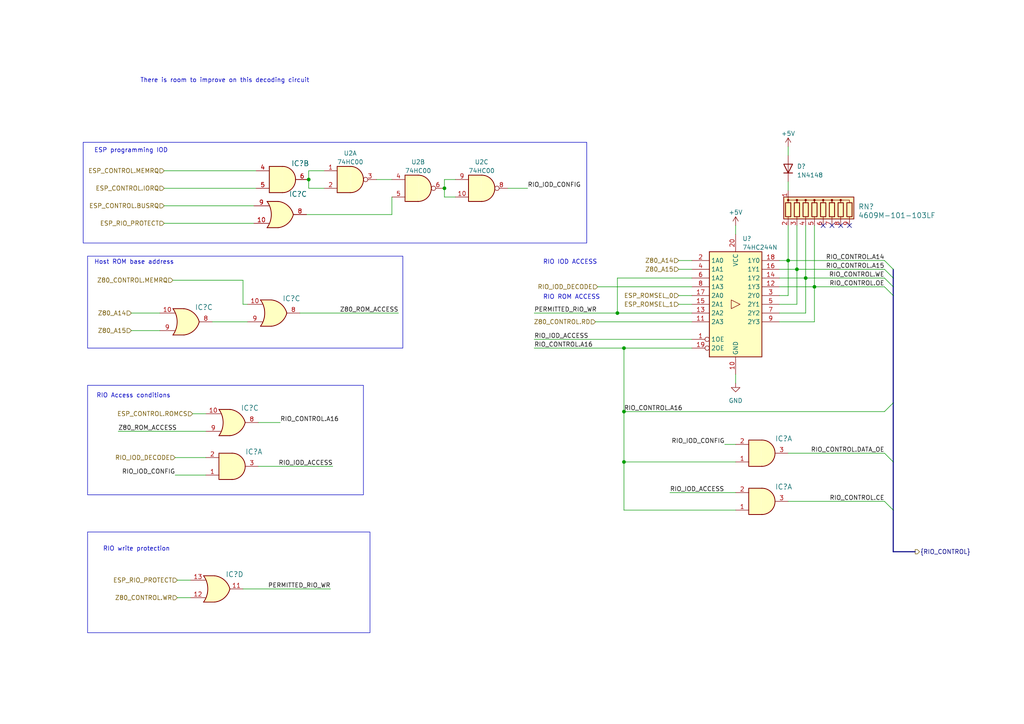
<source format=kicad_sch>
(kicad_sch (version 20230121) (generator eeschema)
  (paper "A4")
  (title_block (title "RIO Control Logic") (date "2023-08-06") (rev "2") (company "FujiNet") (comment 1 "Revised the RIO control logic"))
  (lib_symbols
    (symbol "74xx:74HC00" (pin_names (offset 1.016))
      (property "Reference" "U" (at 0 1.27 0))
      (property "Value" "74HC00" (at 0 -1.27 0))
      (symbol "74HC00_1_1"
        (arc (start 0 -3.81) (mid 3.7934 0) (end 0 3.81) (stroke (width 0.254)) (fill (type background)))
        (polyline (pts (xy 0 3.81) (xy -3.81 3.81) (xy -3.81 -3.81) (xy 0 -3.81)) (stroke (width 0.254)) (fill (type background)))
        (pin input line (at -7.62 2.54 0) (length 3.81) (name "~") (number "1"))
        (pin input line (at -7.62 -2.54 0) (length 3.81) (name "~") (number "2"))
        (pin output inverted (at 7.62 0 180) (length 3.81) (name "~") (number "3"))
      )
      (symbol "74HC00_1_2"
        (arc (start -3.81 -3.81) (mid -2.589 0) (end -3.81 3.81) (stroke (width 0.254)))
        (arc (start -0.6096 -3.81) (mid 2.1842 -2.5851) (end 3.81 0) (stroke (width 0.254)) (fill (type background)))
        (polyline (pts (xy -3.81 -3.81) (xy -0.635 -3.81)) (stroke (width 0.254)) (fill (type background)))
        (polyline (pts (xy -3.81 3.81) (xy -0.635 3.81)) (stroke (width 0.254)) (fill (type background)))
        (polyline (pts (xy -0.635 3.81) (xy -3.81 3.81) (xy -3.81 3.81) (xy -3.556 3.4036) (xy -3.0226 2.2606) (xy -2.6924 1.0414) (xy -2.6162 -0.254) (xy -2.7686 -1.4986) (xy -3.175 -2.7178) (xy -3.81 -3.81) (xy -3.81 -3.81) (xy -0.635 -3.81)) (stroke (width -25.4)) (fill (type background)))
        (arc (start 3.81 0) (mid 2.1915 2.5936) (end -0.6096 3.81) (stroke (width 0.254)) (fill (type background)))
        (pin input inverted (at -7.62 2.54 0) (length 4.318) (name "~") (number "1"))
        (pin input inverted (at -7.62 -2.54 0) (length 4.318) (name "~") (number "2"))
        (pin output line (at 7.62 0 180) (length 3.81) (name "~") (number "3"))
      )
      (symbol "74HC00_2_1"
        (arc (start 0 -3.81) (mid 3.7934 0) (end 0 3.81) (stroke (width 0.254)) (fill (type background)))
        (polyline (pts (xy 0 3.81) (xy -3.81 3.81) (xy -3.81 -3.81) (xy 0 -3.81)) (stroke (width 0.254)) (fill (type background)))
        (pin input line (at -7.62 2.54 0) (length 3.81) (name "~") (number "4"))
        (pin input line (at -7.62 -2.54 0) (length 3.81) (name "~") (number "5"))
        (pin output inverted (at 7.62 0 180) (length 3.81) (name "~") (number "6"))
      )
      (symbol "74HC00_2_2"
        (arc (start -3.81 -3.81) (mid -2.589 0) (end -3.81 3.81) (stroke (width 0.254)))
        (arc (start -0.6096 -3.81) (mid 2.1842 -2.5851) (end 3.81 0) (stroke (width 0.254)) (fill (type background)))
        (polyline (pts (xy -3.81 -3.81) (xy -0.635 -3.81)) (stroke (width 0.254)) (fill (type background)))
        (polyline (pts (xy -3.81 3.81) (xy -0.635 3.81)) (stroke (width 0.254)) (fill (type background)))
        (polyline (pts (xy -0.635 3.81) (xy -3.81 3.81) (xy -3.81 3.81) (xy -3.556 3.4036) (xy -3.0226 2.2606) (xy -2.6924 1.0414) (xy -2.6162 -0.254) (xy -2.7686 -1.4986) (xy -3.175 -2.7178) (xy -3.81 -3.81) (xy -3.81 -3.81) (xy -0.635 -3.81)) (stroke (width -25.4)) (fill (type background)))
        (arc (start 3.81 0) (mid 2.1915 2.5936) (end -0.6096 3.81) (stroke (width 0.254)) (fill (type background)))
        (pin input inverted (at -7.62 2.54 0) (length 4.318) (name "~") (number "4"))
        (pin input inverted (at -7.62 -2.54 0) (length 4.318) (name "~") (number "5"))
        (pin output line (at 7.62 0 180) (length 3.81) (name "~") (number "6"))
      )
      (symbol "74HC00_3_1"
        (arc (start 0 -3.81) (mid 3.7934 0) (end 0 3.81) (stroke (width 0.254)) (fill (type background)))
        (polyline (pts (xy 0 3.81) (xy -3.81 3.81) (xy -3.81 -3.81) (xy 0 -3.81)) (stroke (width 0.254)) (fill (type background)))
        (pin input line (at -7.62 -2.54 0) (length 3.81) (name "~") (number "10"))
        (pin output inverted (at 7.62 0 180) (length 3.81) (name "~") (number "8"))
        (pin input line (at -7.62 2.54 0) (length 3.81) (name "~") (number "9"))
      )
      (symbol "74HC00_3_2"
        (arc (start -3.81 -3.81) (mid -2.589 0) (end -3.81 3.81) (stroke (width 0.254)))
        (arc (start -0.6096 -3.81) (mid 2.1842 -2.5851) (end 3.81 0) (stroke (width 0.254)) (fill (type background)))
        (polyline (pts (xy -3.81 -3.81) (xy -0.635 -3.81)) (stroke (width 0.254)) (fill (type background)))
        (polyline (pts (xy -3.81 3.81) (xy -0.635 3.81)) (stroke (width 0.254)) (fill (type background)))
        (polyline (pts (xy -0.635 3.81) (xy -3.81 3.81) (xy -3.81 3.81) (xy -3.556 3.4036) (xy -3.0226 2.2606) (xy -2.6924 1.0414) (xy -2.6162 -0.254) (xy -2.7686 -1.4986) (xy -3.175 -2.7178) (xy -3.81 -3.81) (xy -3.81 -3.81) (xy -0.635 -3.81)) (stroke (width -25.4)) (fill (type background)))
        (arc (start 3.81 0) (mid 2.1915 2.5936) (end -0.6096 3.81) (stroke (width 0.254)) (fill (type background)))
        (pin input inverted (at -7.62 -2.54 0) (length 4.318) (name "~") (number "10"))
        (pin output line (at 7.62 0 180) (length 3.81) (name "~") (number "8"))
        (pin input inverted (at -7.62 2.54 0) (length 4.318) (name "~") (number "9"))
      )
      (symbol "74HC00_4_1"
        (arc (start 0 -3.81) (mid 3.7934 0) (end 0 3.81) (stroke (width 0.254)) (fill (type background)))
        (polyline (pts (xy 0 3.81) (xy -3.81 3.81) (xy -3.81 -3.81) (xy 0 -3.81)) (stroke (width 0.254)) (fill (type background)))
        (pin output inverted (at 7.62 0 180) (length 3.81) (name "~") (number "11"))
        (pin input line (at -7.62 2.54 0) (length 3.81) (name "~") (number "12"))
        (pin input line (at -7.62 -2.54 0) (length 3.81) (name "~") (number "13"))
      )
      (symbol "74HC00_4_2"
        (arc (start -3.81 -3.81) (mid -2.589 0) (end -3.81 3.81) (stroke (width 0.254)))
        (arc (start -0.6096 -3.81) (mid 2.1842 -2.5851) (end 3.81 0) (stroke (width 0.254)) (fill (type background)))
        (polyline (pts (xy -3.81 -3.81) (xy -0.635 -3.81)) (stroke (width 0.254)) (fill (type background)))
        (polyline (pts (xy -3.81 3.81) (xy -0.635 3.81)) (stroke (width 0.254)) (fill (type background)))
        (polyline (pts (xy -0.635 3.81) (xy -3.81 3.81) (xy -3.81 3.81) (xy -3.556 3.4036) (xy -3.0226 2.2606) (xy -2.6924 1.0414) (xy -2.6162 -0.254) (xy -2.7686 -1.4986) (xy -3.175 -2.7178) (xy -3.81 -3.81) (xy -3.81 -3.81) (xy -0.635 -3.81)) (stroke (width -25.4)) (fill (type background)))
        (arc (start 3.81 0) (mid 2.1915 2.5936) (end -0.6096 3.81) (stroke (width 0.254)) (fill (type background)))
        (pin output line (at 7.62 0 180) (length 3.81) (name "~") (number "11"))
        (pin input inverted (at -7.62 2.54 0) (length 4.318) (name "~") (number "12"))
        (pin input inverted (at -7.62 -2.54 0) (length 4.318) (name "~") (number "13"))
      )
      (symbol "74HC00_5_0"
        (pin power_in line (at 0 12.7 270) (length 5.08) (name "VCC") (number "14"))
        (pin power_in line (at 0 -12.7 90) (length 5.08) (name "GND") (number "7"))
      )
      (symbol "74HC00_5_1"
        (rectangle (start -5.08 7.62) (end 5.08 -7.62) (stroke (width 0.254)) (fill (type background)))
      )
    )
    (symbol "74xx:74HC244"
      (property "Reference" "U" (at -7.62 16.51 0))
      (property "Value" "74HC244" (at -7.62 -16.51 0))
      (symbol "74HC244_1_0"
        (polyline (pts (xy 1.27 0) (xy -1.27 1.27) (xy -1.27 -1.27) (xy 1.27 0)) (stroke (width 0.1524)))
        (pin input inverted (at -12.7 -10.16 0) (length 5.08) (name "1OE") (number "1"))
        (pin power_in line (at 0 -20.32 90) (length 5.08) (name "GND") (number "10"))
        (pin input line (at -12.7 -5.08 0) (length 5.08) (name "2A3") (number "11"))
        (pin tri_state line (at 12.7 5.08 180) (length 5.08) (name "1Y3") (number "12"))
        (pin input line (at -12.7 -2.54 0) (length 5.08) (name "2A2") (number "13"))
        (pin tri_state line (at 12.7 7.62 180) (length 5.08) (name "1Y2") (number "14"))
        (pin input line (at -12.7 0 0) (length 5.08) (name "2A1") (number "15"))
        (pin tri_state line (at 12.7 10.16 180) (length 5.08) (name "1Y1") (number "16"))
        (pin input line (at -12.7 2.54 0) (length 5.08) (name "2A0") (number "17"))
        (pin tri_state line (at 12.7 12.7 180) (length 5.08) (name "1Y0") (number "18"))
        (pin input inverted (at -12.7 -12.7 0) (length 5.08) (name "2OE") (number "19"))
        (pin input line (at -12.7 12.7 0) (length 5.08) (name "1A0") (number "2"))
        (pin power_in line (at 0 20.32 270) (length 5.08) (name "VCC") (number "20"))
        (pin tri_state line (at 12.7 2.54 180) (length 5.08) (name "2Y0") (number "3"))
        (pin input line (at -12.7 10.16 0) (length 5.08) (name "1A1") (number "4"))
        (pin tri_state line (at 12.7 0 180) (length 5.08) (name "2Y1") (number "5"))
        (pin input line (at -12.7 7.62 0) (length 5.08) (name "1A2") (number "6"))
        (pin tri_state line (at 12.7 -2.54 180) (length 5.08) (name "2Y2") (number "7"))
        (pin input line (at -12.7 5.08 0) (length 5.08) (name "1A3") (number "8"))
        (pin tri_state line (at 12.7 -5.08 180) (length 5.08) (name "2Y3") (number "9"))
      )
      (symbol "74HC244_1_1"
        (rectangle (start -7.62 15.24) (end 7.62 -15.24) (stroke (width 0.254)) (fill (type background)))
      )
    )
    (symbol "74xx:74LS08" (pin_names (offset 1.016))
      (property "Reference" "U" (at 0 1.27 0))
      (property "Value" "74LS08" (at 0 -1.27 0))
      (symbol "74LS08_1_1"
        (arc (start 0 -3.81) (mid 3.7934 0) (end 0 3.81) (stroke (width 0.254)) (fill (type background)))
        (polyline (pts (xy 0 3.81) (xy -3.81 3.81) (xy -3.81 -3.81) (xy 0 -3.81)) (stroke (width 0.254)) (fill (type background)))
        (pin input line (at -7.62 2.54 0) (length 3.81) (name "~") (number "1"))
        (pin input line (at -7.62 -2.54 0) (length 3.81) (name "~") (number "2"))
        (pin output line (at 7.62 0 180) (length 3.81) (name "~") (number "3"))
      )
      (symbol "74LS08_1_2"
        (arc (start -3.81 -3.81) (mid -2.589 0) (end -3.81 3.81) (stroke (width 0.254)))
        (arc (start -0.6096 -3.81) (mid 2.1842 -2.5851) (end 3.81 0) (stroke (width 0.254)) (fill (type background)))
        (polyline (pts (xy -3.81 -3.81) (xy -0.635 -3.81)) (stroke (width 0.254)) (fill (type background)))
        (polyline (pts (xy -3.81 3.81) (xy -0.635 3.81)) (stroke (width 0.254)) (fill (type background)))
        (polyline (pts (xy -0.635 3.81) (xy -3.81 3.81) (xy -3.81 3.81) (xy -3.556 3.4036) (xy -3.0226 2.2606) (xy -2.6924 1.0414) (xy -2.6162 -0.254) (xy -2.7686 -1.4986) (xy -3.175 -2.7178) (xy -3.81 -3.81) (xy -3.81 -3.81) (xy -0.635 -3.81)) (stroke (width -25.4)) (fill (type background)))
        (arc (start 3.81 0) (mid 2.1915 2.5936) (end -0.6096 3.81) (stroke (width 0.254)) (fill (type background)))
        (pin input inverted (at -7.62 2.54 0) (length 4.318) (name "~") (number "1"))
        (pin input inverted (at -7.62 -2.54 0) (length 4.318) (name "~") (number "2"))
        (pin output inverted (at 7.62 0 180) (length 3.81) (name "~") (number "3"))
      )
      (symbol "74LS08_2_1"
        (arc (start 0 -3.81) (mid 3.7934 0) (end 0 3.81) (stroke (width 0.254)) (fill (type background)))
        (polyline (pts (xy 0 3.81) (xy -3.81 3.81) (xy -3.81 -3.81) (xy 0 -3.81)) (stroke (width 0.254)) (fill (type background)))
        (pin input line (at -7.62 2.54 0) (length 3.81) (name "~") (number "4"))
        (pin input line (at -7.62 -2.54 0) (length 3.81) (name "~") (number "5"))
        (pin output line (at 7.62 0 180) (length 3.81) (name "~") (number "6"))
      )
      (symbol "74LS08_2_2"
        (arc (start -3.81 -3.81) (mid -2.589 0) (end -3.81 3.81) (stroke (width 0.254)))
        (arc (start -0.6096 -3.81) (mid 2.1842 -2.5851) (end 3.81 0) (stroke (width 0.254)) (fill (type background)))
        (polyline (pts (xy -3.81 -3.81) (xy -0.635 -3.81)) (stroke (width 0.254)) (fill (type background)))
        (polyline (pts (xy -3.81 3.81) (xy -0.635 3.81)) (stroke (width 0.254)) (fill (type background)))
        (polyline (pts (xy -0.635 3.81) (xy -3.81 3.81) (xy -3.81 3.81) (xy -3.556 3.4036) (xy -3.0226 2.2606) (xy -2.6924 1.0414) (xy -2.6162 -0.254) (xy -2.7686 -1.4986) (xy -3.175 -2.7178) (xy -3.81 -3.81) (xy -3.81 -3.81) (xy -0.635 -3.81)) (stroke (width -25.4)) (fill (type background)))
        (arc (start 3.81 0) (mid 2.1915 2.5936) (end -0.6096 3.81) (stroke (width 0.254)) (fill (type background)))
        (pin input inverted (at -7.62 2.54 0) (length 4.318) (name "~") (number "4"))
        (pin input inverted (at -7.62 -2.54 0) (length 4.318) (name "~") (number "5"))
        (pin output inverted (at 7.62 0 180) (length 3.81) (name "~") (number "6"))
      )
      (symbol "74LS08_3_1"
        (arc (start 0 -3.81) (mid 3.7934 0) (end 0 3.81) (stroke (width 0.254)) (fill (type background)))
        (polyline (pts (xy 0 3.81) (xy -3.81 3.81) (xy -3.81 -3.81) (xy 0 -3.81)) (stroke (width 0.254)) (fill (type background)))
        (pin input line (at -7.62 -2.54 0) (length 3.81) (name "~") (number "10"))
        (pin output line (at 7.62 0 180) (length 3.81) (name "~") (number "8"))
        (pin input line (at -7.62 2.54 0) (length 3.81) (name "~") (number "9"))
      )
      (symbol "74LS08_3_2"
        (arc (start -3.81 -3.81) (mid -2.589 0) (end -3.81 3.81) (stroke (width 0.254)))
        (arc (start -0.6096 -3.81) (mid 2.1842 -2.5851) (end 3.81 0) (stroke (width 0.254)) (fill (type background)))
        (polyline (pts (xy -3.81 -3.81) (xy -0.635 -3.81)) (stroke (width 0.254)) (fill (type background)))
        (polyline (pts (xy -3.81 3.81) (xy -0.635 3.81)) (stroke (width 0.254)) (fill (type background)))
        (polyline (pts (xy -0.635 3.81) (xy -3.81 3.81) (xy -3.81 3.81) (xy -3.556 3.4036) (xy -3.0226 2.2606) (xy -2.6924 1.0414) (xy -2.6162 -0.254) (xy -2.7686 -1.4986) (xy -3.175 -2.7178) (xy -3.81 -3.81) (xy -3.81 -3.81) (xy -0.635 -3.81)) (stroke (width -25.4)) (fill (type background)))
        (arc (start 3.81 0) (mid 2.1915 2.5936) (end -0.6096 3.81) (stroke (width 0.254)) (fill (type background)))
        (pin input inverted (at -7.62 -2.54 0) (length 4.318) (name "~") (number "10"))
        (pin output inverted (at 7.62 0 180) (length 3.81) (name "~") (number "8"))
        (pin input inverted (at -7.62 2.54 0) (length 4.318) (name "~") (number "9"))
      )
      (symbol "74LS08_4_1"
        (arc (start 0 -3.81) (mid 3.7934 0) (end 0 3.81) (stroke (width 0.254)) (fill (type background)))
        (polyline (pts (xy 0 3.81) (xy -3.81 3.81) (xy -3.81 -3.81) (xy 0 -3.81)) (stroke (width 0.254)) (fill (type background)))
        (pin output line (at 7.62 0 180) (length 3.81) (name "~") (number "11"))
        (pin input line (at -7.62 2.54 0) (length 3.81) (name "~") (number "12"))
        (pin input line (at -7.62 -2.54 0) (length 3.81) (name "~") (number "13"))
      )
      (symbol "74LS08_4_2"
        (arc (start -3.81 -3.81) (mid -2.589 0) (end -3.81 3.81) (stroke (width 0.254)))
        (arc (start -0.6096 -3.81) (mid 2.1842 -2.5851) (end 3.81 0) (stroke (width 0.254)) (fill (type background)))
        (polyline (pts (xy -3.81 -3.81) (xy -0.635 -3.81)) (stroke (width 0.254)) (fill (type background)))
        (polyline (pts (xy -3.81 3.81) (xy -0.635 3.81)) (stroke (width 0.254)) (fill (type background)))
        (polyline (pts (xy -0.635 3.81) (xy -3.81 3.81) (xy -3.81 3.81) (xy -3.556 3.4036) (xy -3.0226 2.2606) (xy -2.6924 1.0414) (xy -2.6162 -0.254) (xy -2.7686 -1.4986) (xy -3.175 -2.7178) (xy -3.81 -3.81) (xy -3.81 -3.81) (xy -0.635 -3.81)) (stroke (width -25.4)) (fill (type background)))
        (arc (start 3.81 0) (mid 2.1915 2.5936) (end -0.6096 3.81) (stroke (width 0.254)) (fill (type background)))
        (pin output inverted (at 7.62 0 180) (length 3.81) (name "~") (number "11"))
        (pin input inverted (at -7.62 2.54 0) (length 4.318) (name "~") (number "12"))
        (pin input inverted (at -7.62 -2.54 0) (length 4.318) (name "~") (number "13"))
      )
      (symbol "74LS08_5_0"
        (pin power_in line (at 0 12.7 270) (length 5.08) (name "VCC") (number "14"))
        (pin power_in line (at 0 -12.7 90) (length 5.08) (name "GND") (number "7"))
      )
      (symbol "74LS08_5_1"
        (rectangle (start -5.08 7.62) (end 5.08 -7.62) (stroke (width 0.254)) (fill (type background)))
      )
    )
    (symbol "74xx:74LS32" (pin_names (offset 1.016))
      (property "Reference" "U" (at 0 1.27 0))
      (property "Value" "74LS32" (at 0 -1.27 0))
      (symbol "74LS32_1_1"
        (arc (start -3.81 -3.81) (mid -2.589 0) (end -3.81 3.81) (stroke (width 0.254)))
        (arc (start -0.6096 -3.81) (mid 2.1842 -2.5851) (end 3.81 0) (stroke (width 0.254)) (fill (type background)))
        (polyline (pts (xy -3.81 -3.81) (xy -0.635 -3.81)) (stroke (width 0.254)) (fill (type background)))
        (polyline (pts (xy -3.81 3.81) (xy -0.635 3.81)) (stroke (width 0.254)) (fill (type background)))
        (polyline (pts (xy -0.635 3.81) (xy -3.81 3.81) (xy -3.81 3.81) (xy -3.556 3.4036) (xy -3.0226 2.2606) (xy -2.6924 1.0414) (xy -2.6162 -0.254) (xy -2.7686 -1.4986) (xy -3.175 -2.7178) (xy -3.81 -3.81) (xy -3.81 -3.81) (xy -0.635 -3.81)) (stroke (width -25.4)) (fill (type background)))
        (arc (start 3.81 0) (mid 2.1915 2.5936) (end -0.6096 3.81) (stroke (width 0.254)) (fill (type background)))
        (pin input line (at -7.62 2.54 0) (length 4.318) (name "~") (number "1"))
        (pin input line (at -7.62 -2.54 0) (length 4.318) (name "~") (number "2"))
        (pin output line (at 7.62 0 180) (length 3.81) (name "~") (number "3"))
      )
      (symbol "74LS32_1_2"
        (arc (start 0 -3.81) (mid 3.7934 0) (end 0 3.81) (stroke (width 0.254)) (fill (type background)))
        (polyline (pts (xy 0 3.81) (xy -3.81 3.81) (xy -3.81 -3.81) (xy 0 -3.81)) (stroke (width 0.254)) (fill (type background)))
        (pin input inverted (at -7.62 2.54 0) (length 3.81) (name "~") (number "1"))
        (pin input inverted (at -7.62 -2.54 0) (length 3.81) (name "~") (number "2"))
        (pin output inverted (at 7.62 0 180) (length 3.81) (name "~") (number "3"))
      )
      (symbol "74LS32_2_1"
        (arc (start -3.81 -3.81) (mid -2.589 0) (end -3.81 3.81) (stroke (width 0.254)))
        (arc (start -0.6096 -3.81) (mid 2.1842 -2.5851) (end 3.81 0) (stroke (width 0.254)) (fill (type background)))
        (polyline (pts (xy -3.81 -3.81) (xy -0.635 -3.81)) (stroke (width 0.254)) (fill (type background)))
        (polyline (pts (xy -3.81 3.81) (xy -0.635 3.81)) (stroke (width 0.254)) (fill (type background)))
        (polyline (pts (xy -0.635 3.81) (xy -3.81 3.81) (xy -3.81 3.81) (xy -3.556 3.4036) (xy -3.0226 2.2606) (xy -2.6924 1.0414) (xy -2.6162 -0.254) (xy -2.7686 -1.4986) (xy -3.175 -2.7178) (xy -3.81 -3.81) (xy -3.81 -3.81) (xy -0.635 -3.81)) (stroke (width -25.4)) (fill (type background)))
        (arc (start 3.81 0) (mid 2.1915 2.5936) (end -0.6096 3.81) (stroke (width 0.254)) (fill (type background)))
        (pin input line (at -7.62 2.54 0) (length 4.318) (name "~") (number "4"))
        (pin input line (at -7.62 -2.54 0) (length 4.318) (name "~") (number "5"))
        (pin output line (at 7.62 0 180) (length 3.81) (name "~") (number "6"))
      )
      (symbol "74LS32_2_2"
        (arc (start 0 -3.81) (mid 3.7934 0) (end 0 3.81) (stroke (width 0.254)) (fill (type background)))
        (polyline (pts (xy 0 3.81) (xy -3.81 3.81) (xy -3.81 -3.81) (xy 0 -3.81)) (stroke (width 0.254)) (fill (type background)))
        (pin input inverted (at -7.62 2.54 0) (length 3.81) (name "~") (number "4"))
        (pin input inverted (at -7.62 -2.54 0) (length 3.81) (name "~") (number "5"))
        (pin output inverted (at 7.62 0 180) (length 3.81) (name "~") (number "6"))
      )
      (symbol "74LS32_3_1"
        (arc (start -3.81 -3.81) (mid -2.589 0) (end -3.81 3.81) (stroke (width 0.254)))
        (arc (start -0.6096 -3.81) (mid 2.1842 -2.5851) (end 3.81 0) (stroke (width 0.254)) (fill (type background)))
        (polyline (pts (xy -3.81 -3.81) (xy -0.635 -3.81)) (stroke (width 0.254)) (fill (type background)))
        (polyline (pts (xy -3.81 3.81) (xy -0.635 3.81)) (stroke (width 0.254)) (fill (type background)))
        (polyline (pts (xy -0.635 3.81) (xy -3.81 3.81) (xy -3.81 3.81) (xy -3.556 3.4036) (xy -3.0226 2.2606) (xy -2.6924 1.0414) (xy -2.6162 -0.254) (xy -2.7686 -1.4986) (xy -3.175 -2.7178) (xy -3.81 -3.81) (xy -3.81 -3.81) (xy -0.635 -3.81)) (stroke (width -25.4)) (fill (type background)))
        (arc (start 3.81 0) (mid 2.1915 2.5936) (end -0.6096 3.81) (stroke (width 0.254)) (fill (type background)))
        (pin input line (at -7.62 -2.54 0) (length 4.318) (name "~") (number "10"))
        (pin output line (at 7.62 0 180) (length 3.81) (name "~") (number "8"))
        (pin input line (at -7.62 2.54 0) (length 4.318) (name "~") (number "9"))
      )
      (symbol "74LS32_3_2"
        (arc (start 0 -3.81) (mid 3.7934 0) (end 0 3.81) (stroke (width 0.254)) (fill (type background)))
        (polyline (pts (xy 0 3.81) (xy -3.81 3.81) (xy -3.81 -3.81) (xy 0 -3.81)) (stroke (width 0.254)) (fill (type background)))
        (pin input inverted (at -7.62 -2.54 0) (length 3.81) (name "~") (number "10"))
        (pin output inverted (at 7.62 0 180) (length 3.81) (name "~") (number "8"))
        (pin input inverted (at -7.62 2.54 0) (length 3.81) (name "~") (number "9"))
      )
      (symbol "74LS32_4_1"
        (arc (start -3.81 -3.81) (mid -2.589 0) (end -3.81 3.81) (stroke (width 0.254)))
        (arc (start -0.6096 -3.81) (mid 2.1842 -2.5851) (end 3.81 0) (stroke (width 0.254)) (fill (type background)))
        (polyline (pts (xy -3.81 -3.81) (xy -0.635 -3.81)) (stroke (width 0.254)) (fill (type background)))
        (polyline (pts (xy -3.81 3.81) (xy -0.635 3.81)) (stroke (width 0.254)) (fill (type background)))
        (polyline (pts (xy -0.635 3.81) (xy -3.81 3.81) (xy -3.81 3.81) (xy -3.556 3.4036) (xy -3.0226 2.2606) (xy -2.6924 1.0414) (xy -2.6162 -0.254) (xy -2.7686 -1.4986) (xy -3.175 -2.7178) (xy -3.81 -3.81) (xy -3.81 -3.81) (xy -0.635 -3.81)) (stroke (width -25.4)) (fill (type background)))
        (arc (start 3.81 0) (mid 2.1915 2.5936) (end -0.6096 3.81) (stroke (width 0.254)) (fill (type background)))
        (pin output line (at 7.62 0 180) (length 3.81) (name "~") (number "11"))
        (pin input line (at -7.62 2.54 0) (length 4.318) (name "~") (number "12"))
        (pin input line (at -7.62 -2.54 0) (length 4.318) (name "~") (number "13"))
      )
      (symbol "74LS32_4_2"
        (arc (start 0 -3.81) (mid 3.7934 0) (end 0 3.81) (stroke (width 0.254)) (fill (type background)))
        (polyline (pts (xy 0 3.81) (xy -3.81 3.81) (xy -3.81 -3.81) (xy 0 -3.81)) (stroke (width 0.254)) (fill (type background)))
        (pin output inverted (at 7.62 0 180) (length 3.81) (name "~") (number "11"))
        (pin input inverted (at -7.62 2.54 0) (length 3.81) (name "~") (number "12"))
        (pin input inverted (at -7.62 -2.54 0) (length 3.81) (name "~") (number "13"))
      )
      (symbol "74LS32_5_0"
        (pin power_in line (at 0 12.7 270) (length 5.08) (name "VCC") (number "14"))
        (pin power_in line (at 0 -12.7 90) (length 5.08) (name "GND") (number "7"))
      )
      (symbol "74LS32_5_1"
        (rectangle (start -5.08 7.62) (end 5.08 -7.62) (stroke (width 0.254)) (fill (type background)))
      )
    )
    (symbol "Device:D" (pin_numbers hide) (pin_names (offset 1.016) hide)
      (property "Reference" "D" (at 0 2.54 0))
      (property "Value" "D" (at 0 -2.54 0))
      (symbol "D_0_1"
        (polyline (pts (xy -1.27 1.27) (xy -1.27 -1.27)) (stroke (width 0.254)))
        (polyline (pts (xy 1.27 0) (xy -1.27 0)))
        (polyline (pts (xy 1.27 1.27) (xy 1.27 -1.27) (xy -1.27 0) (xy 1.27 1.27)) (stroke (width 0.254)))
      )
      (symbol "D_1_1"
        (pin passive line (at -3.81 0 0) (length 2.54) (name "K") (number "1"))
        (pin passive line (at 3.81 0 180) (length 2.54) (name "A") (number "2"))
      )
    )
    (symbol "Device:R_Network08" (pin_names (offset 0) hide)
      (property "Reference" "RN" (at -12.7 0 90))
      (property "Value" "R_Network08" (at 10.16 0 90))
      (symbol "R_Network08_0_1"
        (rectangle (start -11.43 -3.175) (end 8.89 3.175) (stroke (width 0.254)) (fill (type background)))
        (rectangle (start -10.922 1.524) (end -9.398 -2.54) (stroke (width 0.254)))
        (circle (center -10.16 2.286) (radius 0.254) (fill (type outline)))
        (rectangle (start -8.382 1.524) (end -6.858 -2.54) (stroke (width 0.254)))
        (circle (center -7.62 2.286) (radius 0.254) (fill (type outline)))
        (rectangle (start -5.842 1.524) (end -4.318 -2.54) (stroke (width 0.254)))
        (circle (center -5.08 2.286) (radius 0.254) (fill (type outline)))
        (rectangle (start -3.302 1.524) (end -1.778 -2.54) (stroke (width 0.254)))
        (circle (center -2.54 2.286) (radius 0.254) (fill (type outline)))
        (rectangle (start -0.762 1.524) (end 0.762 -2.54) (stroke (width 0.254)))
        (polyline (pts (xy -10.16 -2.54) (xy -10.16 -3.81)))
        (polyline (pts (xy -7.62 -2.54) (xy -7.62 -3.81)))
        (polyline (pts (xy -5.08 -2.54) (xy -5.08 -3.81)))
        (polyline (pts (xy -2.54 -2.54) (xy -2.54 -3.81)))
        (polyline (pts (xy 0 -2.54) (xy 0 -3.81)))
        (polyline (pts (xy 2.54 -2.54) (xy 2.54 -3.81)))
        (polyline (pts (xy 5.08 -2.54) (xy 5.08 -3.81)))
        (polyline (pts (xy 7.62 -2.54) (xy 7.62 -3.81)))
        (polyline (pts (xy -10.16 1.524) (xy -10.16 2.286) (xy -7.62 2.286) (xy -7.62 1.524)))
        (polyline (pts (xy -7.62 1.524) (xy -7.62 2.286) (xy -5.08 2.286) (xy -5.08 1.524)))
        (polyline (pts (xy -5.08 1.524) (xy -5.08 2.286) (xy -2.54 2.286) (xy -2.54 1.524)))
        (polyline (pts (xy -2.54 1.524) (xy -2.54 2.286) (xy 0 2.286) (xy 0 1.524)))
        (polyline (pts (xy 0 1.524) (xy 0 2.286) (xy 2.54 2.286) (xy 2.54 1.524)))
        (polyline (pts (xy 2.54 1.524) (xy 2.54 2.286) (xy 5.08 2.286) (xy 5.08 1.524)))
        (polyline (pts (xy 5.08 1.524) (xy 5.08 2.286) (xy 7.62 2.286) (xy 7.62 1.524)))
        (circle (center 0 2.286) (radius 0.254) (fill (type outline)))
        (rectangle (start 1.778 1.524) (end 3.302 -2.54) (stroke (width 0.254)))
        (circle (center 2.54 2.286) (radius 0.254) (fill (type outline)))
        (rectangle (start 4.318 1.524) (end 5.842 -2.54) (stroke (width 0.254)))
        (circle (center 5.08 2.286) (radius 0.254) (fill (type outline)))
        (rectangle (start 6.858 1.524) (end 8.382 -2.54) (stroke (width 0.254)))
      )
      (symbol "R_Network08_1_1"
        (pin passive line (at -10.16 5.08 270) (length 2.54) (name "common") (number "1"))
        (pin passive line (at -10.16 -5.08 90) (length 1.27) (name "R1") (number "2"))
        (pin passive line (at -7.62 -5.08 90) (length 1.27) (name "R2") (number "3"))
        (pin passive line (at -5.08 -5.08 90) (length 1.27) (name "R3") (number "4"))
        (pin passive line (at -2.54 -5.08 90) (length 1.27) (name "R4") (number "5"))
        (pin passive line (at 0 -5.08 90) (length 1.27) (name "R5") (number "6"))
        (pin passive line (at 2.54 -5.08 90) (length 1.27) (name "R6") (number "7"))
        (pin passive line (at 5.08 -5.08 90) (length 1.27) (name "R7") (number "8"))
        (pin passive line (at 7.62 -5.08 90) (length 1.27) (name "R8") (number "9"))
      )
    )
    (symbol "power:+5V" (power) (pin_names (offset 0))
      (property "Value" "+5V" (at 0 3.556 0))
      (symbol "+5V_0_1"
        (polyline (pts (xy -0.762 1.27) (xy 0 2.54)))
        (polyline (pts (xy 0 0) (xy 0 2.54)))
        (polyline (pts (xy 0 2.54) (xy 0.762 1.27)))
      )
      (symbol "+5V_1_1"
        (pin power_in line (at 0 0 90) (length 0) hide (name "+5V") (number "1"))
      )
    )
    (symbol "power:GND" (power) (pin_names (offset 0))
      (property "Value" "GND" (at 0 -3.81 0))
      (symbol "GND_0_1"
        (polyline (pts (xy 0 0) (xy 0 -1.27) (xy 1.27 -1.27) (xy 0 -2.54) (xy -1.27 -1.27) (xy 0 -1.27)))
      )
      (symbol "GND_1_1"
        (pin power_in line (at 0 0 270) (length 0) hide (name "GND") (number "1"))
      )
    )
  )
  (junction (at 231.14 78.105))
  (junction (at 128.905 54.61))
  (junction (at 179.07 90.805))
  (junction (at 180.975 119.38))
  (junction (at 233.68 80.645))
  (junction (at 236.22 83.185))
  (junction (at 228.6 75.565))
  (junction (at 180.975 100.965))
  (junction (at 180.975 133.985))
  (junction (at 89.535 52.07))
  (no_connect (at 241.3 65.405))
  (no_connect (at 243.84 65.405))
  (no_connect (at 246.38 65.405))
  (no_connect (at 238.76 65.405))
  (bus_entry (at 256.54 78.105) (size 2.54 2.54))
  (bus_entry (at 256.54 83.185) (size 2.54 2.54))
  (bus_entry (at 259.08 116.84) (size -2.54 2.54))
  (bus_entry (at 256.54 145.415) (size 2.54 2.54))
  (bus_entry (at 256.54 80.645) (size 2.54 2.54))
  (bus_entry (at 256.54 75.565) (size 2.54 2.54))
  (bus_entry (at 256.54 131.445) (size 2.54 2.54))
  (bus (pts (xy 259.08 80.645) (xy 259.08 83.185)))
  (bus (pts (xy 259.08 85.725) (xy 259.08 116.84)))
  (wire (pts (xy 194.31 142.875) (xy 213.36 142.875)))
  (wire (pts (xy 226.06 88.265) (xy 231.14 88.265)))
  (wire (pts (xy 74.93 122.555) (xy 81.28 122.555)))
  (wire (pts (xy 34.29 125.095) (xy 59.69 125.095)))
  (wire (pts (xy 226.06 93.345) (xy 236.22 93.345)))
  (wire (pts (xy 213.36 108.585) (xy 213.36 111.125)))
  (wire (pts (xy 88.9 62.23) (xy 113.665 62.23)))
  (wire (pts (xy 231.14 78.105) (xy 256.54 78.105)))
  (wire (pts (xy 236.22 65.405) (xy 236.22 83.185)))
  (wire (pts (xy 38.1 95.885) (xy 46.355 95.885)))
  (wire (pts (xy 231.14 78.105) (xy 231.14 88.265)))
  (bus (pts (xy 259.08 78.105) (xy 259.08 80.645)))
  (wire (pts (xy 86.995 90.805) (xy 115.57 90.805)))
  (wire (pts (xy 226.06 80.645) (xy 233.68 80.645)))
  (wire (pts (xy 228.6 75.565) (xy 256.54 75.565)))
  (wire (pts (xy 55.245 173.355) (xy 51.435 173.355)))
  (wire (pts (xy 233.68 80.645) (xy 256.54 80.645)))
  (wire (pts (xy 147.32 54.61) (xy 153.035 54.61)))
  (wire (pts (xy 38.1 90.805) (xy 46.355 90.805)))
  (wire (pts (xy 47.625 64.77) (xy 73.66 64.77)))
  (wire (pts (xy 154.94 98.425) (xy 200.66 98.425)))
  (wire (pts (xy 231.14 65.405) (xy 231.14 78.105)))
  (wire (pts (xy 172.72 93.345) (xy 200.66 93.345)))
  (wire (pts (xy 173.355 83.185) (xy 200.66 83.185)))
  (wire (pts (xy 61.595 93.345) (xy 71.755 93.345)))
  (wire (pts (xy 228.6 42.545) (xy 228.6 45.085)))
  (wire (pts (xy 200.66 88.265) (xy 196.85 88.265)))
  (bus (pts (xy 265.43 160.02) (xy 259.08 160.02)))
  (wire (pts (xy 55.245 168.275) (xy 51.435 168.275)))
  (wire (pts (xy 210.185 128.905) (xy 213.36 128.905)))
  (wire (pts (xy 128.905 57.15) (xy 128.905 54.61)))
  (wire (pts (xy 180.975 100.965) (xy 180.975 119.38)))
  (wire (pts (xy 47.625 59.69) (xy 73.66 59.69)))
  (wire (pts (xy 154.94 100.965) (xy 180.975 100.965)))
  (wire (pts (xy 47.625 49.53) (xy 74.295 49.53)))
  (wire (pts (xy 179.07 80.645) (xy 200.66 80.645)))
  (wire (pts (xy 55.88 120.015) (xy 59.69 120.015)))
  (wire (pts (xy 228.6 65.405) (xy 228.6 75.565)))
  (bus (pts (xy 259.08 147.955) (xy 259.08 160.02)))
  (wire (pts (xy 226.06 78.105) (xy 231.14 78.105)))
  (wire (pts (xy 89.535 54.61) (xy 89.535 52.07)))
  (wire (pts (xy 226.06 83.185) (xy 236.22 83.185)))
  (bus (pts (xy 259.08 116.84) (xy 259.08 133.985)))
  (wire (pts (xy 132.08 57.15) (xy 128.905 57.15)))
  (bus (pts (xy 259.08 83.185) (xy 259.08 85.725)))
  (wire (pts (xy 180.975 100.965) (xy 200.66 100.965)))
  (wire (pts (xy 233.68 65.405) (xy 233.68 80.645)))
  (wire (pts (xy 70.485 81.28) (xy 70.485 88.265)))
  (wire (pts (xy 180.975 133.985) (xy 213.36 133.985)))
  (wire (pts (xy 226.06 85.725) (xy 228.6 85.725)))
  (wire (pts (xy 89.535 49.53) (xy 89.535 52.07)))
  (wire (pts (xy 226.06 75.565) (xy 228.6 75.565)))
  (wire (pts (xy 74.93 135.255) (xy 96.52 135.255)))
  (wire (pts (xy 128.905 52.07) (xy 128.905 54.61)))
  (wire (pts (xy 93.98 49.53) (xy 89.535 49.53)))
  (wire (pts (xy 200.66 85.725) (xy 196.85 85.725)))
  (wire (pts (xy 200.66 75.565) (xy 196.85 75.565)))
  (wire (pts (xy 132.08 52.07) (xy 128.905 52.07)))
  (wire (pts (xy 50.8 137.795) (xy 59.69 137.795)))
  (wire (pts (xy 228.6 131.445) (xy 256.54 131.445)))
  (wire (pts (xy 236.22 83.185) (xy 236.22 93.345)))
  (wire (pts (xy 50.8 132.715) (xy 59.69 132.715)))
  (wire (pts (xy 180.975 147.955) (xy 180.975 133.985)))
  (wire (pts (xy 93.98 54.61) (xy 89.535 54.61)))
  (wire (pts (xy 228.6 145.415) (xy 256.54 145.415)))
  (wire (pts (xy 71.755 88.265) (xy 70.485 88.265)))
  (wire (pts (xy 113.665 62.23) (xy 113.665 57.15)))
  (wire (pts (xy 70.485 170.815) (xy 95.885 170.815)))
  (wire (pts (xy 179.07 90.805) (xy 200.66 90.805)))
  (wire (pts (xy 74.295 54.61) (xy 47.625 54.61)))
  (wire (pts (xy 233.68 80.645) (xy 233.68 90.805)))
  (wire (pts (xy 50.165 81.28) (xy 70.485 81.28)))
  (wire (pts (xy 236.22 83.185) (xy 256.54 83.185)))
  (wire (pts (xy 109.22 52.07) (xy 113.665 52.07)))
  (wire (pts (xy 213.36 147.955) (xy 180.975 147.955)))
  (wire (pts (xy 226.06 90.805) (xy 233.68 90.805)))
  (bus (pts (xy 259.08 133.985) (xy 259.08 147.955)))
  (wire (pts (xy 179.07 80.645) (xy 179.07 90.805)))
  (wire (pts (xy 200.66 78.105) (xy 196.85 78.105)))
  (wire (pts (xy 180.975 119.38) (xy 180.975 133.985)))
  (wire (pts (xy 228.6 85.725) (xy 228.6 75.565)))
  (wire (pts (xy 180.975 119.38) (xy 256.54 119.38)))
  (wire (pts (xy 228.6 52.705) (xy 228.6 55.245)))
  (wire (pts (xy 154.94 90.805) (xy 179.07 90.805)))
  (wire (pts (xy 213.36 65.405) (xy 213.36 67.945)))
  (rectangle (start 25.4 74.295) (end 116.84 100.965))
  (rectangle (start 24.13 41.275) (end 170.18 70.485))
  (rectangle (start 25.4 154.305) (end 107.315 183.515))
  (rectangle (start 25.4 111.76) (end 105.41 143.51))
  (text "There is room to improve on this decoding circuit" (at 40.64 24.13 0) (effects (font (size 1.27 1.27)) (justify left bottom)))
  (text "Host ROM base address" (at 27.305 76.835 0) (effects (font (size 1.27 1.27)) (justify left bottom)))
  (text "RIO Access conditions" (at 27.94 115.57 0) (effects (font (size 1.27 1.27)) (justify left bottom)))
  (text "ESP programming IOD" (at 27.305 44.45 0) (effects (font (size 1.27 1.27)) (justify left bottom)))
  (text "RIO write protection" (at 29.845 160.02 0) (effects (font (size 1.27 1.27)) (justify left bottom)))
  (text "RIO IOD ACCESS" (at 157.48 76.835 0) (effects (font (size 1.27 1.27)) (justify left bottom)))
  (text "RIO ROM ACCESS" (at 157.48 86.995 0) (effects (font (size 1.27 1.27)) (justify left bottom)))
  (label "RIO_CONTROL.A14" (at 256.54 75.565 180))
  (label "RIO_IOD_ACCESS" (at 154.94 98.425 0))
  (label "Z80_ROM_ACCESS" (at 34.29 125.095 0))
  (label "RIO_CONTROL.A16" (at 81.28 122.555 0))
  (label "RIO_IOD_CONFIG" (at 153.035 54.61 0))
  (label "RIO_CONTROL.WE" (at 256.54 80.645 180))
  (label "RIO_CONTROL.A15" (at 256.54 78.105 180))
  (label "PERMITTED_RIO_WR" (at 154.94 90.805 0))
  (label "RIO_IOD_CONFIG" (at 50.8 137.795 180))
  (label "RIO_IOD_CONFIG" (at 210.185 128.905 180))
  (label "RIO_CONTROL.A16" (at 154.94 100.965 0))
  (label "RIO_CONTROL.OE" (at 256.54 83.185 180))
  (label "RIO_IOD_ACCESS" (at 96.52 135.255 180))
  (label "RIO_CONTROL.DATA_OE" (at 256.54 131.445 180))
  (label "Z80_ROM_ACCESS" (at 115.57 90.805 180))
  (label "RIO_CONTROL.CE" (at 256.54 145.415 180))
  (label "RIO_CONTROL.A16" (at 180.975 119.38 0))
  (label "RIO_IOD_ACCESS" (at 194.31 142.875 0))
  (label "PERMITTED_RIO_WR" (at 95.885 170.815 180))
  (hierarchical_label "ESP_ROMSEL_1" (shape input) (at 196.85 88.265 180))
  (hierarchical_label "Z80_A15" (shape input) (at 196.85 78.105 180))
  (hierarchical_label "RIO_IOD_DECODE" (shape input) (at 50.8 132.715 180))
  (hierarchical_label "RIO_IOD_DECODE" (shape input) (at 173.355 83.185 180))
  (hierarchical_label "{RIO_CONTROL}" (shape output) (at 265.43 160.02 0))
  (hierarchical_label "ESP_ROMSEL_0" (shape input) (at 196.85 85.725 180))
  (hierarchical_label "ESP_CONTROL.ROMCS" (shape input) (at 55.88 120.015 180))
  (hierarchical_label "ESP_RIO_PROTECT" (shape input) (at 47.625 64.77 180))
  (hierarchical_label "ESP_RIO_PROTECT" (shape input) (at 51.435 168.275 180))
  (hierarchical_label "ESP_CONTROL.IORQ" (shape input) (at 47.625 54.61 180))
  (hierarchical_label "Z80_A14" (shape input) (at 38.1 90.805 180))
  (hierarchical_label "Z80_A14" (shape input) (at 196.85 75.565 180))
  (hierarchical_label "Z80_A15" (shape input) (at 38.1 95.885 180))
  (hierarchical_label "Z80_CONTROL.RD" (shape input) (at 172.72 93.345 180))
  (hierarchical_label "ESP_CONTROL.MEMRQ" (shape input) (at 47.625 49.53 180))
  (hierarchical_label "Z80_CONTROL.WR" (shape input) (at 51.435 173.355 180))
  (hierarchical_label "Z80_CONTROL.MEMRQ" (shape input) (at 50.165 81.28 180))
  (hierarchical_label "ESP_CONTROL.BUSRQ" (shape input) (at 47.625 59.69 180))
  (symbol (lib_id "74xx:74LS32") (at 67.31 122.555 0) (mirror x) (unit 3)
    (property "Reference" "IC?" (at 69.85 117.475 0) (effects (font (size 1.4986 1.4986)) (justify left bottom)))
    (property "Value" "74HC32N" (effects hide))
    (property "Footprint" "Package_DIP:DIP-14_W7.62mm_Socket" (effects hide))
    (property "Datasheet" "http://www.ti.com/lit/gpn/sn74LS32" (effects hide))
    (instances (project "GLUE_ZXspectrum_impl" (path "" (reference "IC?") (unit 3))) (project "ZXspectrum_Concept_v2.kicad_pro" (path "" (reference "IC5") (unit 2))) (project "GLUE_ZXspectrum" (path "" (reference "IC?") (unit 3))))
  )
  (symbol (lib_id "74xx:74LS08") (at 81.915 52.07 0) (unit 2)
    (property "Reference" "IC?" (at 84.455 48.26 0) (effects (font (size 1.4986 1.4986)) (justify left bottom)))
    (property "Value" "74HC08N" (effects hide))
    (property "Footprint" "Package_DIP:DIP-14_W7.62mm_Socket" (effects hide))
    (property "Datasheet" "http://www.ti.com/lit/gpn/sn74LS08" (effects hide))
    (instances (project "GLUE_ZXspectrum_impl" (path "" (reference "IC?") (unit 2))) (project "ZXspectrum_Concept_v2.kicad_pro" (path "" (reference "IC4") (unit 2))) (project "GLUE_ZXspectrum" (path "" (reference "IC?") (unit 2))))
  )
  (symbol (lib_id "74xx:74LS08") (at 67.31 135.255 0) (mirror x) (unit 1)
    (property "Reference" "IC?" (at 71.12 130.175 0) (effects (font (size 1.4986 1.4986)) (justify left bottom)))
    (property "Value" "74HC08N" (effects hide))
    (property "Footprint" "Package_DIP:DIP-14_W7.62mm_Socket" (effects hide))
    (property "Datasheet" "http://www.ti.com/lit/gpn/sn74LS08" (effects hide))
    (instances (project "GLUE_ZXspectrum_impl" (path "" (reference "IC?") (unit 1))) (project "ZXspectrum_Concept_v2.kicad_pro" (path "" (reference "IC6") (unit 1))) (project "GLUE_ZXspectrum" (path "" (reference "IC?") (unit 1))))
  )
  (symbol (lib_id "power:+5V") (at 213.36 65.405 0) (unit 1)
    (property "Reference" "#PWR?" (effects hide))
    (property "Value" "+5V" (at 213.36 61.595 0))
    (instances (project "GLUE_ZXspectrum_impl" (path "" (reference "#PWR?") (unit 1))) (project "ZXspectrum_Concept_v2.kicad_pro" (path "" (reference "#PWR011") (unit 1))) (project "GLUE_ZXspectrum" (path "" (reference "#PWR?") (unit 1))))
  )
  (symbol (lib_id "74xx:74LS08") (at 220.98 131.445 0) (mirror x) (unit 1)
    (property "Reference" "IC?" (at 224.79 126.365 0) (effects (font (size 1.4986 1.4986)) (justify left bottom)))
    (property "Value" "74HC08N" (effects hide))
    (property "Footprint" "Package_DIP:DIP-14_W7.62mm_Socket" (effects hide))
    (property "Datasheet" "http://www.ti.com/lit/gpn/sn74LS08" (effects hide))
    (instances (project "GLUE_ZXspectrum_impl" (path "" (reference "IC?") (unit 1))) (project "ZXspectrum_Concept_v2.kicad_pro" (path "" (reference "IC8") (unit 1))) (project "GLUE_ZXspectrum" (path "" (reference "IC?") (unit 1))))
  )
  (symbol (lib_id "74xx:74HC00") (at 121.285 54.61 0) (unit 2)
    (property "Reference" "U2" (at 121.2767 46.99 0))
    (property "Value" "74HC00" (at 121.2767 49.53 0))
    (property "Footprint" "Package_DIP:DIP-14_W7.62mm" (effects hide))
    (property "Datasheet" "http://www.ti.com/lit/gpn/sn74hc00" (effects hide))
  )
  (symbol (lib_id "74xx:74LS32") (at 81.28 62.23 0) (unit 3)
    (property "Reference" "IC?" (at 83.82 57.15 0) (effects (font (size 1.4986 1.4986)) (justify left bottom)))
    (property "Value" "74HC32N" (effects hide))
    (property "Footprint" "Package_DIP:DIP-14_W7.62mm_Socket" (effects hide))
    (property "Datasheet" "http://www.ti.com/lit/gpn/sn74LS32" (effects hide))
    (instances (project "GLUE_ZXspectrum_impl" (path "" (reference "IC?") (unit 3))) (project "ZXspectrum_Concept_v2.kicad_pro" (path "" (reference "IC7") (unit 2))) (project "GLUE_ZXspectrum" (path "" (reference "IC?") (unit 3))))
  )
  (symbol (lib_id "power:GND") (at 213.36 111.125 0) (unit 1)
    (property "Reference" "#PWR?" (effects hide))
    (property "Value" "GND" (at 213.36 116.205 0))
    (instances (project "GLUE_ZXspectrum_impl" (path "" (reference "#PWR?") (unit 1))) (project "ZXspectrum_Concept_v2.kicad_pro" (path "" (reference "#PWR012") (unit 1))) (project "GLUE_ZXspectrum" (path "" (reference "#PWR?") (unit 1))))
  )
  (symbol (lib_id "74xx:74HC00") (at 139.7 54.61 0) (unit 3)
    (property "Reference" "U2" (at 139.6917 46.99 0))
    (property "Value" "74HC00" (at 139.6917 49.53 0))
    (property "Footprint" "Package_DIP:DIP-14_W7.62mm" (effects hide))
    (property "Datasheet" "http://www.ti.com/lit/gpn/sn74hc00" (effects hide))
  )
  (symbol (lib_id "power:+5V") (at 228.6 42.545 0) (unit 1)
    (property "Reference" "#PWR?" (effects hide))
    (property "Value" "+5V" (at 228.6 38.735 0))
    (instances (project "GLUE_ZXspectrum_impl" (path "" (reference "#PWR?") (unit 1))) (project "ZXspectrum_Concept_v2.kicad_pro" (path "" (reference "#PWR013") (unit 1))) (project "GLUE_ZXspectrum" (path "" (reference "#PWR?") (unit 1))))
  )
  (symbol (lib_id "74xx:74LS08") (at 220.98 145.415 0) (mirror x) (unit 1)
    (property "Reference" "IC?" (at 224.79 140.335 0) (effects (font (size 1.4986 1.4986)) (justify left bottom)))
    (property "Value" "74HC08N" (effects hide))
    (property "Footprint" "Package_DIP:DIP-14_W7.62mm_Socket" (effects hide))
    (property "Datasheet" "http://www.ti.com/lit/gpn/sn74LS08" (effects hide))
    (instances (project "GLUE_ZXspectrum_impl" (path "" (reference "IC?") (unit 1))) (project "ZXspectrum_Concept_v2.kicad_pro" (path "" (reference "IC8") (unit 2))) (project "GLUE_ZXspectrum" (path "" (reference "IC?") (unit 1))))
  )
  (symbol (lib_id "74xx:74LS32") (at 62.865 170.815 0) (mirror x) (unit 4)
    (property "Reference" "IC?" (at 65.405 165.735 0) (effects (font (size 1.4986 1.4986)) (justify left bottom)))
    (property "Value" "74HC32N" (effects hide))
    (property "Footprint" "Package_DIP:DIP-14_W7.62mm_Socket" (effects hide))
    (property "Datasheet" "http://www.ti.com/lit/gpn/sn74LS32" (effects hide))
    (instances (project "GLUE_ZXspectrum_impl" (path "" (reference "IC?") (unit 4))) (project "ZXspectrum_Concept_v2.kicad_pro" (path "" (reference "IC5") (unit 4))) (project "GLUE_ZXspectrum" (path "" (reference "IC?") (unit 4))))
  )
  (symbol (lib_id "74xx:74LS32") (at 53.975 93.345 0) (mirror x) (unit 3)
    (property "Reference" "IC?" (at 56.515 88.265 0) (effects (font (size 1.4986 1.4986)) (justify left bottom)))
    (property "Value" "74HC32N" (effects hide))
    (property "Footprint" "Package_DIP:DIP-14_W7.62mm_Socket" (effects hide))
    (property "Datasheet" "http://www.ti.com/lit/gpn/sn74LS32" (effects hide))
    (instances (project "GLUE_ZXspectrum_impl" (path "" (reference "IC?") (unit 3))) (project "ZXspectrum_Concept_v2.kicad_pro" (path "" (reference "IC5") (unit 3))) (project "GLUE_ZXspectrum" (path "" (reference "IC?") (unit 3))))
  )
  (symbol (lib_id "Device:R_Network08") (at 238.76 60.325 0) (unit 1)
    (property "Reference" "RN?" (at 248.92 59.944 0) (effects (font (size 1.4986 1.4986)) (justify left)))
    (property "Value" "4609M-101-103LF" (at 248.92 62.484 0) (effects (font (size 1.4986 1.4986)) (justify left)))
    (property "Footprint" "Resistor_THT:R_Array_SIP9" (effects hide))
    (property "Datasheet" "http://www.vishay.com/docs/31509/csc.pdf" (effects hide))
    (instances (project "GLUE_ZXspectrum_impl" (path "" (reference "RN?") (unit 1))) (project "ZXspectrum_Concept_v2.kicad_pro" (path "" (reference "RN1") (unit 1))) (project "GLUE_ZXspectrum" (path "" (reference "RN?") (unit 1))))
  )
  (symbol (lib_id "Device:D") (at 228.6 48.895 270) (mirror x) (unit 1)
    (property "Reference" "D?" (at 231.14 48.26 90) (effects (justify left)))
    (property "Value" "1N4148" (at 231.14 50.8 90) (effects (justify left)))
    (property "Footprint" "Diode_THT:D_T-1_P5.08mm_Horizontal" (effects hide))
    (instances (project "GLUE_ZXspectrum_impl" (path "" (reference "D?") (unit 1))) (project "ZXspectrum_Concept_v2.kicad_pro" (path "" (reference "D6") (unit 1))) (project "GLUE_ZXspectrum" (path "" (reference "D?") (unit 1))))
  )
  (symbol (lib_id "74xx:74HC00") (at 101.6 52.07 0) (unit 1)
    (property "Reference" "U2" (at 101.5917 44.45 0))
    (property "Value" "74HC00" (at 101.5917 46.99 0))
    (property "Footprint" "Package_DIP:DIP-14_W7.62mm" (effects hide))
    (property "Datasheet" "http://www.ti.com/lit/gpn/sn74hc00" (effects hide))
  )
  (symbol (lib_id "74xx:74HC244") (at 213.36 88.265 0) (unit 1)
    (property "Reference" "U?" (at 215.3159 69.215 0) (effects (justify left)))
    (property "Value" "74HC244N" (at 215.3159 71.755 0) (effects (justify left)))
    (property "Footprint" "Package_DIP:DIP-20_W7.62mm_Socket" (effects hide))
    (property "Datasheet" "https://assets.nexperia.com/documents/data-sheet/74HC_HCT244.pdf" (effects hide))
    (instances (project "GLUE_ZXspectrum_impl" (path "" (reference "U?") (unit 1))) (project "ZXspectrum_Concept_v2.kicad_pro" (path "" (reference "U3") (unit 1))) (project "GLUE_ZXspectrum" (path "" (reference "U?") (unit 1))))
  )
  (symbol (lib_id "74xx:74LS32") (at 79.375 90.805 0) (mirror x) (unit 3)
    (property "Reference" "IC?" (at 81.915 85.725 0) (effects (font (size 1.4986 1.4986)) (justify left bottom)))
    (property "Value" "74HC32N" (effects hide))
    (property "Footprint" "Package_DIP:DIP-14_W7.62mm_Socket" (effects hide))
    (property "Datasheet" "http://www.ti.com/lit/gpn/sn74LS32" (effects hide))
    (instances (project "GLUE_ZXspectrum_impl" (path "" (reference "IC?") (unit 3))) (project "ZXspectrum_Concept_v2.kicad_pro" (path "" (reference "IC7") (unit 3))) (project "GLUE_ZXspectrum" (path "" (reference "IC?") (unit 3))))
  )
)
</source>
